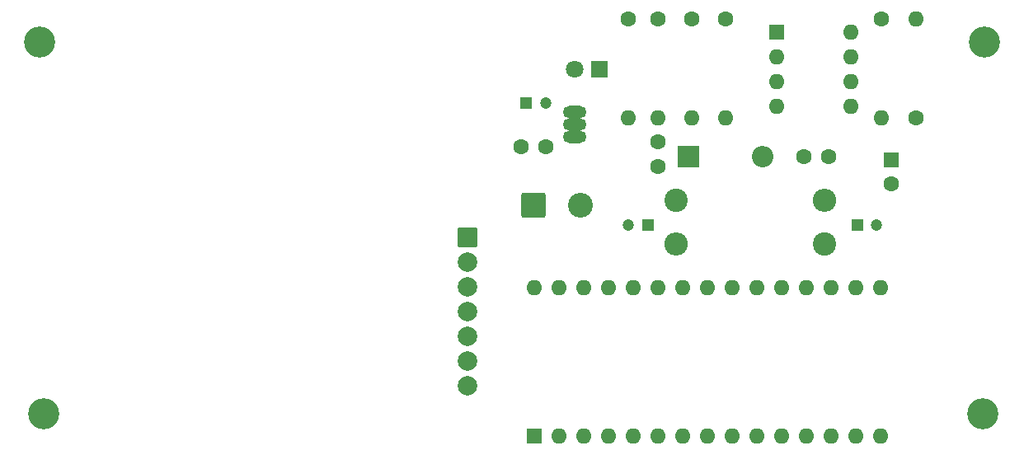
<source format=gts>
%TF.GenerationSoftware,KiCad,Pcbnew,8.0.8-8.0.8-0~ubuntu24.04.1*%
%TF.CreationDate,2025-02-02T21:15:27-07:00*%
%TF.ProjectId,Speedometer,53706565-646f-46d6-9574-65722e6b6963,v1*%
%TF.SameCoordinates,Original*%
%TF.FileFunction,Soldermask,Top*%
%TF.FilePolarity,Negative*%
%FSLAX46Y46*%
G04 Gerber Fmt 4.6, Leading zero omitted, Abs format (unit mm)*
G04 Created by KiCad (PCBNEW 8.0.8-8.0.8-0~ubuntu24.04.1) date 2025-02-02 21:15:27*
%MOMM*%
%LPD*%
G01*
G04 APERTURE LIST*
G04 Aperture macros list*
%AMRoundRect*
0 Rectangle with rounded corners*
0 $1 Rounding radius*
0 $2 $3 $4 $5 $6 $7 $8 $9 X,Y pos of 4 corners*
0 Add a 4 corners polygon primitive as box body*
4,1,4,$2,$3,$4,$5,$6,$7,$8,$9,$2,$3,0*
0 Add four circle primitives for the rounded corners*
1,1,$1+$1,$2,$3*
1,1,$1+$1,$4,$5*
1,1,$1+$1,$6,$7*
1,1,$1+$1,$8,$9*
0 Add four rect primitives between the rounded corners*
20,1,$1+$1,$2,$3,$4,$5,0*
20,1,$1+$1,$4,$5,$6,$7,0*
20,1,$1+$1,$6,$7,$8,$9,0*
20,1,$1+$1,$8,$9,$2,$3,0*%
G04 Aperture macros list end*
%ADD10R,1.800000X1.800000*%
%ADD11C,1.800000*%
%ADD12C,1.600000*%
%ADD13O,1.600000X1.600000*%
%ADD14R,1.600000X1.600000*%
%ADD15R,1.200000X1.200000*%
%ADD16C,1.200000*%
%ADD17C,2.400000*%
%ADD18O,2.400000X2.400000*%
%ADD19C,3.200000*%
%ADD20RoundRect,0.249999X-1.025001X-1.025001X1.025001X-1.025001X1.025001X1.025001X-1.025001X1.025001X0*%
%ADD21C,2.550000*%
%ADD22R,2.200000X2.200000*%
%ADD23O,2.200000X2.200000*%
%ADD24RoundRect,0.102000X-0.900000X-0.900000X0.900000X-0.900000X0.900000X0.900000X-0.900000X0.900000X0*%
%ADD25C,2.004000*%
%ADD26O,2.404000X1.304000*%
G04 APERTURE END LIST*
D10*
%TO.C,D1*%
X126040000Y-54500000D03*
D11*
X123500000Y-54500000D03*
%TD*%
D12*
%TO.C,C2*%
X118000000Y-62500000D03*
X120500000Y-62500000D03*
%TD*%
%TO.C,R1*%
X129000000Y-49340000D03*
D13*
X129000000Y-59500000D03*
%TD*%
D12*
%TO.C,R3*%
X135500000Y-49340000D03*
D13*
X135500000Y-59500000D03*
%TD*%
D14*
%TO.C,UNIT_2*%
X119340000Y-92240000D03*
D13*
X121880000Y-92240000D03*
X124420000Y-92240000D03*
X126960000Y-92240000D03*
X129500000Y-92240000D03*
X132040000Y-92240000D03*
X134580000Y-92240000D03*
X137120000Y-92240000D03*
X139660000Y-92240000D03*
X142200000Y-92240000D03*
X144740000Y-92240000D03*
X147280000Y-92240000D03*
X149820000Y-92240000D03*
X152360000Y-92240000D03*
X154900000Y-92240000D03*
X154900000Y-77000000D03*
X152360000Y-77000000D03*
X149820000Y-77000000D03*
X147280000Y-77000000D03*
X144740000Y-77000000D03*
X142200000Y-77000000D03*
X139660000Y-77000000D03*
X137120000Y-77000000D03*
X134580000Y-77000000D03*
X132040000Y-77000000D03*
X129500000Y-77000000D03*
X126960000Y-77000000D03*
X124420000Y-77000000D03*
X121880000Y-77000000D03*
X119340000Y-77000000D03*
%TD*%
D15*
%TO.C,C1*%
X118500000Y-58000000D03*
D16*
X120500000Y-58000000D03*
%TD*%
D17*
%TO.C,R7*%
X133880000Y-68000000D03*
D18*
X149120000Y-68000000D03*
%TD*%
D12*
%TO.C,C3*%
X132000000Y-62000000D03*
X132000000Y-64500000D03*
%TD*%
D19*
%TO.C,H1*%
X68570000Y-51750000D03*
%TD*%
D12*
%TO.C,R2*%
X132000000Y-49340000D03*
D13*
X132000000Y-59500000D03*
%TD*%
D19*
%TO.C,H3*%
X165390000Y-89960000D03*
%TD*%
%TO.C,H4*%
X68980000Y-89960000D03*
%TD*%
D12*
%TO.C,R5*%
X158500000Y-59500000D03*
D13*
X158500000Y-49340000D03*
%TD*%
D15*
%TO.C,C6*%
X152500000Y-70500000D03*
D16*
X154500000Y-70500000D03*
%TD*%
D12*
%TO.C,R6*%
X155000000Y-49340000D03*
D13*
X155000000Y-59500000D03*
%TD*%
D20*
%TO.C,J4*%
X119250000Y-68500000D03*
D21*
X124050000Y-68500000D03*
%TD*%
D12*
%TO.C,C4*%
X147020000Y-63500000D03*
X149520000Y-63500000D03*
%TD*%
D14*
%TO.C,U2*%
X144200000Y-50700000D03*
D13*
X144200000Y-53240000D03*
X144200000Y-55780000D03*
X144200000Y-58320000D03*
X151820000Y-58320000D03*
X151820000Y-55780000D03*
X151820000Y-53240000D03*
X151820000Y-50700000D03*
%TD*%
D14*
%TO.C,C5*%
X156000000Y-63817621D03*
D12*
X156000000Y-66317621D03*
%TD*%
D22*
%TO.C,D2*%
X135190000Y-63500000D03*
D23*
X142810000Y-63500000D03*
%TD*%
D24*
%TO.C,UNIT_1*%
X112500000Y-71760000D03*
D25*
X112500000Y-74300000D03*
X112500000Y-76840000D03*
X112500000Y-79380000D03*
X112500000Y-81920000D03*
X112500000Y-84460000D03*
X112500000Y-87000000D03*
%TD*%
D17*
%TO.C,R8*%
X149120000Y-72500000D03*
D18*
X133880000Y-72500000D03*
%TD*%
D19*
%TO.C,H2*%
X165520000Y-51750000D03*
%TD*%
D26*
%TO.C,U1*%
X123500000Y-58960000D03*
X123500000Y-60230000D03*
X123500000Y-61500000D03*
%TD*%
D12*
%TO.C,R4*%
X139000000Y-49340000D03*
D13*
X139000000Y-59500000D03*
%TD*%
D15*
%TO.C,C7*%
X131000000Y-70500000D03*
D16*
X129000000Y-70500000D03*
%TD*%
M02*

</source>
